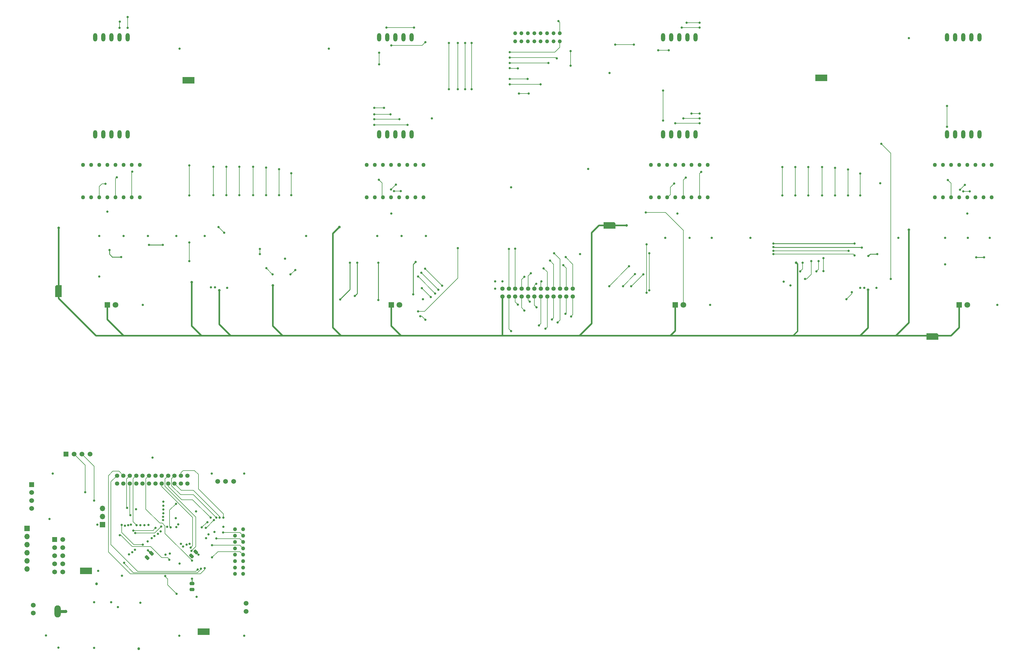
<source format=gbr>
%TF.GenerationSoftware,KiCad,Pcbnew,8.0.8-8.0.8-0~ubuntu24.04.1*%
%TF.CreationDate,2025-08-07T23:42:04-04:00*%
%TF.ProjectId,stencil,7374656e-6369-46c2-9e6b-696361645f70,rev?*%
%TF.SameCoordinates,Original*%
%TF.FileFunction,Copper,L2,Bot*%
%TF.FilePolarity,Positive*%
%FSLAX46Y46*%
G04 Gerber Fmt 4.6, Leading zero omitted, Abs format (unit mm)*
G04 Created by KiCad (PCBNEW 8.0.8-8.0.8-0~ubuntu24.04.1) date 2025-08-07 23:42:04*
%MOMM*%
%LPD*%
G01*
G04 APERTURE LIST*
G04 Aperture macros list*
%AMRoundRect*
0 Rectangle with rounded corners*
0 $1 Rounding radius*
0 $2 $3 $4 $5 $6 $7 $8 $9 X,Y pos of 4 corners*
0 Add a 4 corners polygon primitive as box body*
4,1,4,$2,$3,$4,$5,$6,$7,$8,$9,$2,$3,0*
0 Add four circle primitives for the rounded corners*
1,1,$1+$1,$2,$3*
1,1,$1+$1,$4,$5*
1,1,$1+$1,$6,$7*
1,1,$1+$1,$8,$9*
0 Add four rect primitives between the rounded corners*
20,1,$1+$1,$2,$3,$4,$5,0*
20,1,$1+$1,$4,$5,$6,$7,0*
20,1,$1+$1,$6,$7,$8,$9,0*
20,1,$1+$1,$8,$9,$2,$3,0*%
%AMOutline5P*
0 Free polygon, 5 corners , with rotation*
0 The origin of the aperture is its center*
0 number of corners: always 5*
0 $1 to $10 corner X, Y*
0 $11 Rotation angle, in degrees counterclockwise*
0 create outline with 5 corners*
4,1,5,$1,$2,$3,$4,$5,$6,$7,$8,$9,$10,$1,$2,$11*%
%AMOutline6P*
0 Free polygon, 6 corners , with rotation*
0 The origin of the aperture is its center*
0 number of corners: always 6*
0 $1 to $12 corner X, Y*
0 $13 Rotation angle, in degrees counterclockwise*
0 create outline with 6 corners*
4,1,6,$1,$2,$3,$4,$5,$6,$7,$8,$9,$10,$11,$12,$1,$2,$13*%
%AMOutline7P*
0 Free polygon, 7 corners , with rotation*
0 The origin of the aperture is its center*
0 number of corners: always 7*
0 $1 to $14 corner X, Y*
0 $15 Rotation angle, in degrees counterclockwise*
0 create outline with 7 corners*
4,1,7,$1,$2,$3,$4,$5,$6,$7,$8,$9,$10,$11,$12,$13,$14,$1,$2,$15*%
%AMOutline8P*
0 Free polygon, 8 corners , with rotation*
0 The origin of the aperture is its center*
0 number of corners: always 8*
0 $1 to $16 corner X, Y*
0 $17 Rotation angle, in degrees counterclockwise*
0 create outline with 8 corners*
4,1,8,$1,$2,$3,$4,$5,$6,$7,$8,$9,$10,$11,$12,$13,$14,$15,$16,$1,$2,$17*%
G04 Aperture macros list end*
%TA.AperFunction,ComponentPad*%
%ADD10R,1.508000X1.508000*%
%TD*%
%TA.AperFunction,ComponentPad*%
%ADD11C,1.508000*%
%TD*%
%TA.AperFunction,ComponentPad*%
%ADD12C,1.346200*%
%TD*%
%TA.AperFunction,SMDPad,CuDef*%
%ADD13R,3.800000X2.000000*%
%TD*%
%TA.AperFunction,SMDPad,CuDef*%
%ADD14RoundRect,0.250000X-0.475000X0.250000X-0.475000X-0.250000X0.475000X-0.250000X0.475000X0.250000X0*%
%TD*%
%TA.AperFunction,SMDPad,CuDef*%
%ADD15RoundRect,0.250000X-0.159099X0.512652X-0.512652X0.159099X0.159099X-0.512652X0.512652X-0.159099X0*%
%TD*%
%TA.AperFunction,SMDPad,CuDef*%
%ADD16O,2.000000X3.800000*%
%TD*%
%TA.AperFunction,ComponentPad*%
%ADD17C,1.498600*%
%TD*%
%TA.AperFunction,ComponentPad*%
%ADD18R,1.700000X1.700000*%
%TD*%
%TA.AperFunction,ComponentPad*%
%ADD19O,1.700000X1.700000*%
%TD*%
%TA.AperFunction,ComponentPad*%
%ADD20C,1.219200*%
%TD*%
%TA.AperFunction,SMDPad,CuDef*%
%ADD21Outline5P,-1.900000X1.000000X1.900000X1.000000X1.900000X-1.000000X-1.500000X-1.000000X-1.900000X-0.600000X180.000000*%
%TD*%
%TA.AperFunction,SMDPad,CuDef*%
%ADD22Outline5P,-1.900000X1.000000X1.900000X1.000000X1.900000X-1.000000X-1.500000X-1.000000X-1.900000X-0.600000X270.000000*%
%TD*%
%TA.AperFunction,ComponentPad*%
%ADD23C,1.270000*%
%TD*%
%TA.AperFunction,ComponentPad*%
%ADD24R,1.800000X1.800000*%
%TD*%
%TA.AperFunction,ComponentPad*%
%ADD25C,1.800000*%
%TD*%
%TA.AperFunction,ComponentPad*%
%ADD26O,1.308000X2.616000*%
%TD*%
%TA.AperFunction,ViaPad*%
%ADD27C,0.700000*%
%TD*%
%TA.AperFunction,ViaPad*%
%ADD28C,1.000000*%
%TD*%
%TA.AperFunction,ViaPad*%
%ADD29C,0.860000*%
%TD*%
%TA.AperFunction,ViaPad*%
%ADD30C,0.740000*%
%TD*%
%TA.AperFunction,ViaPad*%
%ADD31C,0.800000*%
%TD*%
%TA.AperFunction,ViaPad*%
%ADD32C,0.850000*%
%TD*%
%TA.AperFunction,Conductor*%
%ADD33C,0.203200*%
%TD*%
%TA.AperFunction,Conductor*%
%ADD34C,0.889000*%
%TD*%
%TA.AperFunction,Conductor*%
%ADD35C,0.200000*%
%TD*%
%TA.AperFunction,Conductor*%
%ADD36C,0.254000*%
%TD*%
%TA.AperFunction,Conductor*%
%ADD37C,0.381000*%
%TD*%
%TA.AperFunction,Conductor*%
%ADD38C,0.508000*%
%TD*%
G04 APERTURE END LIST*
D10*
%TO.P,J3,1,1*%
%TO.N,N/C*%
X54945002Y-174884000D03*
D11*
%TO.P,J3,2,2*%
X57445002Y-174884000D03*
%TO.P,J3,3,3*%
X59945000Y-174884000D03*
%TO.P,J3,4,4*%
X62445000Y-174884000D03*
%TD*%
D12*
%TO.P,J1,1,1*%
%TO.N,N/C*%
X70933399Y-181598306D03*
%TO.P,J1,2,2*%
X70933399Y-184098306D03*
%TO.P,J1,3,3*%
X72933400Y-181598306D03*
%TO.P,J1,4,4*%
X72933400Y-184098306D03*
%TO.P,J1,5,5*%
X74933398Y-181598306D03*
%TO.P,J1,6,6*%
X74933398Y-184098306D03*
%TO.P,J1,7,7*%
X76933400Y-181598306D03*
%TO.P,J1,8,8*%
X76933400Y-184098306D03*
%TO.P,J1,9,9*%
X78933398Y-181598306D03*
%TO.P,J1,10,10*%
X78933398Y-184098306D03*
%TO.P,J1,11,11*%
X80933399Y-181598306D03*
%TO.P,J1,12,12*%
X80933399Y-184098306D03*
%TO.P,J1,13,13*%
X82933400Y-181598306D03*
%TO.P,J1,14,14*%
X82933400Y-184098306D03*
%TO.P,J1,15,15*%
X84933399Y-181598306D03*
%TO.P,J1,16,16*%
X84933399Y-184098306D03*
%TO.P,J1,17,17*%
X86933400Y-181598306D03*
%TO.P,J1,18,18*%
X86933400Y-184098306D03*
%TO.P,J1,19,19*%
X88933398Y-181598306D03*
%TO.P,J1,20,20*%
X88933398Y-184098306D03*
%TO.P,J1,21,21*%
X90933399Y-181598306D03*
%TO.P,J1,22,22*%
X90933399Y-184098306D03*
%TO.P,J1,23,23*%
X92933398Y-181598306D03*
%TO.P,J1,24,24*%
X92933398Y-184098306D03*
%TD*%
D13*
%TO.P,TP6,1,1*%
%TO.N,N/C*%
X61175000Y-211460000D03*
%TD*%
D14*
%TO.P,C7,1*%
%TO.N,N/C*%
X94400000Y-215400000D03*
%TO.P,C7,2*%
X94400000Y-217299998D03*
%TD*%
D15*
%TO.P,C6,1*%
%TO.N,N/C*%
X81671751Y-205928249D03*
%TO.P,C6,2*%
X80328249Y-207271751D03*
%TD*%
D16*
%TO.P,TP4,1,1*%
%TO.N,N/C*%
X52285000Y-224160000D03*
%TD*%
D17*
%TO.P,J4,1,1*%
%TO.N,N/C*%
X44665000Y-224668000D03*
%TO.P,J4,2,2*%
X44665000Y-222168000D03*
%TD*%
D13*
%TO.P,TP8,1,1*%
%TO.N,N/C*%
X98005000Y-230510000D03*
%TD*%
D15*
%TO.P,C8,1*%
%TO.N,N/C*%
X95571751Y-205478249D03*
%TO.P,C8,2*%
X94228249Y-206821751D03*
%TD*%
D10*
%TO.P,J7,1,1*%
%TO.N,N/C*%
X51373000Y-201637500D03*
D11*
%TO.P,J7,2,2*%
X53913000Y-201637500D03*
%TO.P,J7,3,3*%
X51373000Y-204177500D03*
%TO.P,J7,4,4*%
X53913000Y-204177500D03*
%TO.P,J7,5,5*%
X51372999Y-206717500D03*
%TO.P,J7,6,6*%
X53913001Y-206717500D03*
%TO.P,J7,7,7*%
X51373000Y-209257500D03*
%TO.P,J7,8,8*%
X53913000Y-209257500D03*
%TO.P,J7,9,9*%
X51373000Y-211797500D03*
%TO.P,J7,10,10*%
X53913000Y-211797500D03*
%TD*%
D18*
%TO.P,SW3,1,A*%
%TO.N,N/C*%
X66400000Y-196940000D03*
D19*
%TO.P,SW3,2,B*%
X66400000Y-194400000D03*
%TO.P,SW3,3,C*%
X66400000Y-191860001D03*
%TD*%
D20*
%TO.P,U1,1,1*%
%TO.N,N/C*%
X107860000Y-212400000D03*
%TO.P,U1,2,2*%
X107860000Y-210400001D03*
%TO.P,U1,3,3*%
X107860000Y-208400000D03*
%TO.P,U1,4,4*%
X107860000Y-206400001D03*
%TO.P,U1,5,5*%
X107860000Y-204400000D03*
%TO.P,U1,6,6*%
X107860000Y-202400002D03*
%TO.P,U1,7,7*%
X107860000Y-200400001D03*
%TO.P,U1,8,8*%
X107860000Y-198400000D03*
%TO.P,U1,9,9*%
X110400000Y-212400000D03*
%TO.P,U1,10,10*%
X110400000Y-210400001D03*
%TO.P,U1,11,11*%
X110400000Y-208400000D03*
%TO.P,U1,12,12*%
X110400000Y-206400001D03*
%TO.P,U1,13,13*%
X110400000Y-204400000D03*
%TO.P,U1,14,14*%
X110400000Y-202400002D03*
%TO.P,U1,15,15*%
X110400000Y-200400001D03*
%TO.P,U1,16,16*%
X110400000Y-198400000D03*
%TD*%
D17*
%TO.P,SW2,1,A*%
%TO.N,N/C*%
X111340000Y-221620000D03*
%TO.P,SW2,2,B*%
X111340000Y-224120000D03*
%TD*%
%TO.P,J5,1,Pin_1*%
%TO.N,N/C*%
X107400000Y-183400000D03*
%TO.P,J5,2,Pin_2*%
X104900000Y-183400000D03*
%TO.P,J5,3,Pin_3*%
X102400000Y-183400000D03*
%TD*%
D18*
%TO.P,J6,1,Pin_1*%
%TO.N,N/C*%
X42760000Y-198125000D03*
D19*
%TO.P,J6,2,Pin_2*%
X42760000Y-200665000D03*
%TO.P,J6,3,Pin_3*%
X42760000Y-203204999D03*
%TO.P,J6,4,Pin_4*%
X42760000Y-205745000D03*
%TO.P,J6,5,Pin_5*%
X42760000Y-208285000D03*
%TO.P,J6,6,Pin_6*%
X42760000Y-210825000D03*
%TD*%
D10*
%TO.P,J2,1,1*%
%TO.N,N/C*%
X44157000Y-184402002D03*
D11*
%TO.P,J2,2,2*%
X44157000Y-186902002D03*
%TO.P,J2,3,3*%
X44157000Y-189402000D03*
%TO.P,J2,4,4*%
X44157000Y-191902000D03*
%TD*%
D21*
%TO.P,3V2,1,1*%
%TO.N,N/C*%
X326237600Y-138002000D03*
%TD*%
D13*
%TO.P,GND3,1,1*%
%TO.N,N/C*%
X93319600Y-57738000D03*
%TD*%
D22*
%TO.P,3V1,1,1*%
%TO.N,N/C*%
X52552600Y-123825000D03*
%TD*%
D21*
%TO.P,3V3,1,1*%
%TO.N,N/C*%
X225145600Y-103204000D03*
%TD*%
D13*
%TO.P,GND4,1,1*%
%TO.N,N/C*%
X291439600Y-56976000D03*
%TD*%
D23*
%TO.P,T2,1,1*%
%TO.N,N/C*%
X149098000Y-94441000D03*
%TO.P,T2,2,2*%
X151638000Y-94441000D03*
%TO.P,T2,3,3*%
X154178000Y-94441000D03*
%TO.P,T2,4,4*%
X156718000Y-94441000D03*
%TO.P,T2,5,5*%
X159258000Y-94441000D03*
%TO.P,T2,6,6*%
X161798000Y-94441000D03*
%TO.P,T2,7,7*%
X164338000Y-94441000D03*
%TO.P,T2,8,8*%
X166878000Y-94441000D03*
%TO.P,T2,9,9*%
X166878000Y-84281000D03*
%TO.P,T2,10,10*%
X164338000Y-84281000D03*
%TO.P,T2,11,11*%
X161798000Y-84281000D03*
%TO.P,T2,12,12*%
X159258000Y-84281000D03*
%TO.P,T2,13,13*%
X156718000Y-84281000D03*
%TO.P,T2,14,14*%
X154178000Y-84281000D03*
%TO.P,T2,15,15*%
X151638000Y-84281000D03*
%TO.P,T2,16,16*%
X149098000Y-84281000D03*
%TD*%
D24*
%TO.P,PT4,1,+*%
%TO.N,N/C*%
X334614600Y-128096000D03*
D25*
%TO.P,PT4,2,-*%
X337154600Y-128096000D03*
%TD*%
D26*
%TO.P,U9,1,CA*%
%TO.N,N/C*%
X330809600Y-74716000D03*
%TO.P,U9,2,F*%
X333349600Y-74716000D03*
%TO.P,U9,3,G*%
X335889600Y-74716000D03*
%TO.P,U9,4,E*%
X338429600Y-74716000D03*
%TO.P,U9,5,D*%
X340969600Y-74716000D03*
%TO.P,U9,6,CA*%
X330809600Y-44316000D03*
%TO.P,U9,7,DP*%
X333349600Y-44316000D03*
%TO.P,U9,8,C*%
X335889600Y-44316000D03*
%TO.P,U9,9,B*%
X338429600Y-44316000D03*
%TO.P,U9,10,A*%
X340969600Y-44316000D03*
%TD*%
D24*
%TO.P,PT1,1,+*%
%TO.N,N/C*%
X67914600Y-128096000D03*
D25*
%TO.P,PT1,2,-*%
X70454600Y-128096000D03*
%TD*%
D12*
%TO.P,J1,1,1*%
%TO.N,N/C*%
X213616241Y-125516000D03*
%TO.P,J1,2,2*%
X213616241Y-123016000D03*
%TO.P,J1,3,3*%
X211616240Y-125516000D03*
%TO.P,J1,4,4*%
X211616240Y-123016000D03*
%TO.P,J1,5,5*%
X209616242Y-125516000D03*
%TO.P,J1,6,6*%
X209616242Y-123016000D03*
%TO.P,J1,7,7*%
X207616240Y-125516000D03*
%TO.P,J1,8,8*%
X207616240Y-123016000D03*
%TO.P,J1,9,9*%
X205616242Y-125516000D03*
%TO.P,J1,10,10*%
X205616242Y-123016000D03*
%TO.P,J1,11,11*%
X203616241Y-125516000D03*
%TO.P,J1,12,12*%
X203616241Y-123016000D03*
%TO.P,J1,13,13*%
X201616240Y-125516000D03*
%TO.P,J1,14,14*%
X201616240Y-123016000D03*
%TO.P,J1,15,15*%
X199616241Y-125516000D03*
%TO.P,J1,16,16*%
X199616241Y-123016000D03*
%TO.P,J1,17,17*%
X197616240Y-125516000D03*
%TO.P,J1,18,18*%
X197616240Y-123016000D03*
%TO.P,J1,19,19*%
X195616242Y-125516000D03*
%TO.P,J1,20,20*%
X195616242Y-123016000D03*
%TO.P,J1,21,21*%
X193616241Y-125516000D03*
%TO.P,J1,22,22*%
X193616241Y-123016000D03*
%TO.P,J1,23,23*%
X191616242Y-125516000D03*
%TO.P,J1,24,24*%
X191616242Y-123016000D03*
%TD*%
D20*
%TO.P,U1,1,1*%
%TO.N,N/C*%
X209556486Y-45546000D03*
%TO.P,U1,2,2*%
X207556487Y-45546000D03*
%TO.P,U1,3,3*%
X205556486Y-45546000D03*
%TO.P,U1,4,4*%
X203556487Y-45546000D03*
%TO.P,U1,5,5*%
X201556486Y-45546000D03*
%TO.P,U1,6,6*%
X199556488Y-45546000D03*
%TO.P,U1,7,7*%
X197556487Y-45546000D03*
%TO.P,U1,8,8*%
X195556486Y-45546000D03*
%TO.P,U1,9,9*%
X209556486Y-43006000D03*
%TO.P,U1,10,10*%
X207556487Y-43006000D03*
%TO.P,U1,11,11*%
X205556486Y-43006000D03*
%TO.P,U1,12,12*%
X203556487Y-43006000D03*
%TO.P,U1,13,13*%
X201556486Y-43006000D03*
%TO.P,U1,14,14*%
X199556488Y-43006000D03*
%TO.P,U1,15,15*%
X197556487Y-43006000D03*
%TO.P,U1,16,16*%
X195556486Y-43006000D03*
%TD*%
D23*
%TO.P,T3,1,1*%
%TO.N,N/C*%
X238099600Y-94394000D03*
%TO.P,T3,2,2*%
X240639600Y-94394000D03*
%TO.P,T3,3,3*%
X243179600Y-94394000D03*
%TO.P,T3,4,4*%
X245719600Y-94394000D03*
%TO.P,T3,5,5*%
X248259600Y-94394000D03*
%TO.P,T3,6,6*%
X250799600Y-94394000D03*
%TO.P,T3,7,7*%
X253339600Y-94394000D03*
%TO.P,T3,8,8*%
X255879600Y-94394000D03*
%TO.P,T3,9,9*%
X255879600Y-84234000D03*
%TO.P,T3,10,10*%
X253339600Y-84234000D03*
%TO.P,T3,11,11*%
X250799600Y-84234000D03*
%TO.P,T3,12,12*%
X248259600Y-84234000D03*
%TO.P,T3,13,13*%
X245719600Y-84234000D03*
%TO.P,T3,14,14*%
X243179600Y-84234000D03*
%TO.P,T3,15,15*%
X240639600Y-84234000D03*
%TO.P,T3,16,16*%
X238099600Y-84234000D03*
%TD*%
D26*
%TO.P,U8,1,CA*%
%TO.N,N/C*%
X241909600Y-74716000D03*
%TO.P,U8,2,F*%
X244449600Y-74716000D03*
%TO.P,U8,3,G*%
X246989600Y-74716000D03*
%TO.P,U8,4,E*%
X249529600Y-74716000D03*
%TO.P,U8,5,D*%
X252069600Y-74716000D03*
%TO.P,U8,6,CA*%
X241909600Y-44316000D03*
%TO.P,U8,7,DP*%
X244449600Y-44316000D03*
%TO.P,U8,8,C*%
X246989600Y-44316000D03*
%TO.P,U8,9,B*%
X249529600Y-44316000D03*
%TO.P,U8,10,A*%
X252069600Y-44316000D03*
%TD*%
%TO.P,U6,1,CA*%
%TO.N,N/C*%
X64109600Y-74716000D03*
%TO.P,U6,2,F*%
X66649600Y-74716000D03*
%TO.P,U6,3,G*%
X69189600Y-74716000D03*
%TO.P,U6,4,E*%
X71729600Y-74716000D03*
%TO.P,U6,5,D*%
X74269600Y-74716000D03*
%TO.P,U6,6,CA*%
X64109600Y-44316000D03*
%TO.P,U6,7,DP*%
X66649600Y-44316000D03*
%TO.P,U6,8,C*%
X69189600Y-44316000D03*
%TO.P,U6,9,B*%
X71729600Y-44316000D03*
%TO.P,U6,10,A*%
X74269600Y-44316000D03*
%TD*%
D23*
%TO.P,T1,1,1*%
%TO.N,N/C*%
X60274200Y-94417500D03*
%TO.P,T1,2,2*%
X62814200Y-94417500D03*
%TO.P,T1,3,3*%
X65354200Y-94417500D03*
%TO.P,T1,4,4*%
X67894200Y-94417500D03*
%TO.P,T1,5,5*%
X70434200Y-94417500D03*
%TO.P,T1,6,6*%
X72974200Y-94417500D03*
%TO.P,T1,7,7*%
X75514200Y-94417500D03*
%TO.P,T1,8,8*%
X78054200Y-94417500D03*
%TO.P,T1,9,9*%
X78054200Y-84257500D03*
%TO.P,T1,10,10*%
X75514200Y-84257500D03*
%TO.P,T1,11,11*%
X72974200Y-84257500D03*
%TO.P,T1,12,12*%
X70434200Y-84257500D03*
%TO.P,T1,13,13*%
X67894200Y-84257500D03*
%TO.P,T1,14,14*%
X65354200Y-84257500D03*
%TO.P,T1,15,15*%
X62814200Y-84257500D03*
%TO.P,T1,16,16*%
X60274200Y-84257500D03*
%TD*%
D26*
%TO.P,U7,1,CA*%
%TO.N,N/C*%
X153009600Y-74716000D03*
%TO.P,U7,2,F*%
X155549600Y-74716000D03*
%TO.P,U7,3,G*%
X158089600Y-74716000D03*
%TO.P,U7,4,E*%
X160629600Y-74716000D03*
%TO.P,U7,5,D*%
X163169600Y-74716000D03*
%TO.P,U7,6,CA*%
X153009600Y-44316000D03*
%TO.P,U7,7,DP*%
X155549600Y-44316000D03*
%TO.P,U7,8,C*%
X158089600Y-44316000D03*
%TO.P,U7,9,B*%
X160629600Y-44316000D03*
%TO.P,U7,10,A*%
X163169600Y-44316000D03*
%TD*%
D24*
%TO.P,PT3,1,+*%
%TO.N,N/C*%
X245714600Y-128096000D03*
D25*
%TO.P,PT3,2,-*%
X248254600Y-128096000D03*
%TD*%
D24*
%TO.P,PT2,1,+*%
%TO.N,N/C*%
X156814600Y-128096000D03*
D25*
%TO.P,PT2,2,-*%
X159354600Y-128096000D03*
%TD*%
D23*
%TO.P,T4,1,1*%
%TO.N,N/C*%
X326999600Y-94441000D03*
%TO.P,T4,2,2*%
X329539600Y-94441000D03*
%TO.P,T4,3,3*%
X332079600Y-94441000D03*
%TO.P,T4,4,4*%
X334619600Y-94441000D03*
%TO.P,T4,5,5*%
X337159600Y-94441000D03*
%TO.P,T4,6,6*%
X339699600Y-94441000D03*
%TO.P,T4,7,7*%
X342239600Y-94441000D03*
%TO.P,T4,8,8*%
X344779600Y-94441000D03*
%TO.P,T4,9,9*%
X344779600Y-84281000D03*
%TO.P,T4,10,10*%
X342239600Y-84281000D03*
%TO.P,T4,11,11*%
X339699600Y-84281000D03*
%TO.P,T4,12,12*%
X337159600Y-84281000D03*
%TO.P,T4,13,13*%
X334619600Y-84281000D03*
%TO.P,T4,14,14*%
X332079600Y-84281000D03*
%TO.P,T4,15,15*%
X329539600Y-84281000D03*
%TO.P,T4,16,16*%
X326999600Y-84281000D03*
%TD*%
D27*
%TO.N,*%
X97477695Y-197822305D03*
X99200000Y-196200000D03*
X84600000Y-199100000D03*
X80771288Y-197071288D03*
X89400000Y-190400000D03*
X87700000Y-197800000D03*
X85400000Y-191000000D03*
X92726870Y-203218283D03*
X85300000Y-195500000D03*
X89500000Y-197700000D03*
X100200000Y-194800000D03*
X98840072Y-201200000D03*
X101400000Y-199251600D03*
X103000000Y-194748400D03*
X85400000Y-189800000D03*
X90486519Y-209113481D03*
X104200000Y-194748400D03*
X104200000Y-197600000D03*
X100545000Y-180980000D03*
X82028938Y-175931856D03*
X78200000Y-221400000D03*
X110705000Y-180980000D03*
X71200000Y-222800000D03*
X50761000Y-180980000D03*
X48661498Y-231712281D03*
X110705000Y-231780000D03*
X69049000Y-221242000D03*
X63715000Y-221239000D03*
X49745000Y-195204000D03*
X63715000Y-235590000D03*
X52539000Y-235478200D03*
X87464000Y-205999000D03*
X95846000Y-219588000D03*
X90385000Y-231780000D03*
X95677938Y-192782474D03*
X72478000Y-212984000D03*
X64985000Y-211460000D03*
X93600000Y-203000000D03*
X94200000Y-205200000D03*
X64731000Y-196982000D03*
X86067000Y-206380000D03*
D28*
X54825000Y-224160000D03*
D27*
X75300000Y-197000000D03*
X76500000Y-204800000D03*
X74400000Y-197100000D03*
X75700000Y-205600000D03*
X60921000Y-186822000D03*
X63715000Y-189402000D03*
X74700000Y-206300000D03*
X73400000Y-197300000D03*
X102000000Y-201300000D03*
X100700000Y-203400000D03*
X100700000Y-207200000D03*
X80600000Y-205000000D03*
X96400000Y-206400000D03*
D29*
X77685000Y-235844000D03*
D27*
X94400000Y-213900000D03*
D29*
X64477000Y-215524000D03*
D27*
X104100000Y-199400000D03*
X98750000Y-197950000D03*
X101250000Y-195548400D03*
X79500000Y-197100000D03*
X83700000Y-199800000D03*
X74100000Y-191700000D03*
X96200000Y-210998400D03*
X73113000Y-208920000D03*
X97200000Y-210800000D03*
X76900000Y-192100000D03*
X80500000Y-202200000D03*
X81800000Y-201200000D03*
X77000000Y-197100000D03*
X94000000Y-204200000D03*
X98400000Y-210600000D03*
X85400000Y-192200000D03*
X91600000Y-203800000D03*
X85400000Y-193400000D03*
X90948400Y-203000000D03*
X75100000Y-194000000D03*
X82600000Y-200500000D03*
X78200000Y-197100000D03*
X102000000Y-194748400D03*
X99600000Y-200000000D03*
X85300000Y-194500000D03*
X90100000Y-196900000D03*
X94400000Y-208200000D03*
X71800000Y-200251600D03*
X87300000Y-208000000D03*
X89600000Y-218600000D03*
X86000000Y-213058000D03*
X76600000Y-199600000D03*
X84775000Y-197525000D03*
X82987302Y-197987302D03*
X76000000Y-198800000D03*
X89300000Y-194900000D03*
X86600000Y-197600000D03*
X72412500Y-197087500D03*
X79000000Y-203200000D03*
D30*
X295757600Y-85170000D03*
X295757600Y-93806000D03*
X330809600Y-65800701D03*
X330822648Y-72320269D03*
X241919048Y-60947462D03*
X241900236Y-70353305D03*
X153009600Y-49102000D03*
X153009600Y-52785000D03*
X285597600Y-114888000D03*
X284835600Y-117588000D03*
X290550600Y-114380000D03*
X289915600Y-117588000D03*
X286359600Y-119968000D03*
X288264600Y-114380000D03*
X310235600Y-77677000D03*
X313156600Y-119968000D03*
X181965600Y-60532000D03*
X181965600Y-46054000D03*
X165201600Y-130128000D03*
X177647600Y-110316000D03*
X177647600Y-46054000D03*
X177647600Y-60532000D03*
X179933600Y-60532000D03*
X179933600Y-46054000D03*
X236448600Y-99140000D03*
X93573600Y-93806000D03*
X174853600Y-46054000D03*
X93573600Y-108538000D03*
X93573600Y-114380000D03*
X93573600Y-84408000D03*
X174853600Y-60532000D03*
X292075743Y-113492143D03*
X292077240Y-117564334D03*
X125196600Y-118571000D03*
X126720600Y-117174000D03*
X117640100Y-116602500D03*
X119608600Y-118571000D03*
X104495600Y-105490000D03*
X102717600Y-103712000D03*
X115671600Y-110570000D03*
X115671600Y-112221000D03*
X337921600Y-92536000D03*
X253847600Y-86440000D03*
X335827244Y-92598356D03*
X159740600Y-92456000D03*
X157646244Y-92518356D03*
X75666600Y-86360000D03*
X232765600Y-46562000D03*
X240385600Y-48340000D03*
X243687600Y-48340000D03*
X226923600Y-46562000D03*
X212953600Y-53166000D03*
X212953600Y-48594000D03*
X209143600Y-39196000D03*
X156819600Y-46816000D03*
X167487600Y-45800000D03*
X163931600Y-41228000D03*
X155295600Y-41228000D03*
X303631600Y-86948000D03*
X334873600Y-92028000D03*
X303631600Y-93806000D03*
X336397600Y-90504000D03*
X283311600Y-84916000D03*
X283311600Y-93806000D03*
X287375600Y-84916000D03*
X287375600Y-93806000D03*
X279247600Y-93806000D03*
X279247600Y-84916000D03*
X291693600Y-84916000D03*
X291693600Y-93806000D03*
X245338600Y-90123000D03*
X331063600Y-88980000D03*
X249021600Y-88218000D03*
X299821600Y-85678000D03*
X299821600Y-93806000D03*
X125450600Y-86868000D03*
X125450600Y-93726000D03*
X158216600Y-90424000D03*
X156692600Y-91948000D03*
X105130600Y-93726000D03*
X105130600Y-84836000D03*
X109194600Y-93726000D03*
X109194600Y-84836000D03*
X101066600Y-84836000D03*
X101066600Y-93726000D03*
X117576600Y-93726000D03*
X117576600Y-85090000D03*
X152882600Y-88900000D03*
X159359600Y-69930000D03*
X253339600Y-68152000D03*
X250799600Y-68152000D03*
X199491600Y-57336983D03*
X193903600Y-57338852D03*
X151485600Y-69930000D03*
X161899600Y-71708000D03*
X193903600Y-59008000D03*
X151485600Y-71708000D03*
X203555600Y-59008000D03*
X193903600Y-52331426D03*
X247751600Y-41228000D03*
X253339600Y-41228000D03*
X206023136Y-52331536D03*
X74268259Y-37949018D03*
X193903600Y-48993142D03*
X74255195Y-41319445D03*
X253339600Y-71200000D03*
X151485600Y-66374000D03*
X196443600Y-54039272D03*
X154533600Y-66374000D03*
X245719600Y-71200000D03*
X193903600Y-54000568D03*
X156565600Y-68406000D03*
X253339600Y-69676000D03*
X199824726Y-61892107D03*
X151485600Y-68406000D03*
X196773140Y-61877540D03*
X248259600Y-69676000D03*
X208635600Y-50880000D03*
X71729600Y-41336228D03*
X193903600Y-50662284D03*
X249275600Y-39704000D03*
X253339600Y-39704000D03*
X71810866Y-39358744D03*
X225018600Y-122254000D03*
X231241600Y-116031000D03*
X200126600Y-127080000D03*
X203809600Y-120730000D03*
X233083100Y-118507500D03*
X196443600Y-128011333D03*
X229336600Y-122254000D03*
X202158600Y-121492000D03*
X235686600Y-118571000D03*
X202285600Y-128858000D03*
X231876600Y-122254000D03*
X198475600Y-129874000D03*
X198475600Y-119290666D03*
X200507600Y-118190000D03*
X306156050Y-112840450D03*
X308965600Y-112221000D03*
X237591600Y-111967000D03*
X237591600Y-123524000D03*
X195616242Y-110504642D03*
X236702600Y-109173000D03*
X236702600Y-124286000D03*
X193649600Y-110570000D03*
X301853600Y-108919000D03*
X276453600Y-108919000D03*
X339953600Y-113237000D03*
X342366600Y-113237000D03*
X299948600Y-111205000D03*
X276453600Y-111205000D03*
X300964600Y-124159000D03*
X299249255Y-126380655D03*
X194303600Y-136332000D03*
X276453600Y-112221000D03*
X301853600Y-112602000D03*
X304139600Y-110189000D03*
X276453600Y-110030250D03*
X211366100Y-113173500D03*
X206476600Y-114253000D03*
X213080600Y-131736665D03*
X171551600Y-123397000D03*
X166217600Y-118052714D03*
X165201600Y-119248571D03*
X207111600Y-132668000D03*
X170535600Y-124540000D03*
X167360600Y-116793000D03*
X172694600Y-122127000D03*
X211332420Y-130919820D03*
X207746600Y-111967000D03*
X210667600Y-115650000D03*
X113512600Y-84836000D03*
X113512600Y-93726000D03*
X67284600Y-90170000D03*
X70840600Y-88138000D03*
X121640600Y-93726000D03*
X121640600Y-85598000D03*
X80937699Y-109364099D03*
X85255699Y-109364099D03*
X164439600Y-114634000D03*
X163677600Y-124794000D03*
X205079600Y-135589000D03*
X152755600Y-126572000D03*
X152755600Y-114888000D03*
X204444600Y-116666000D03*
X203047600Y-134573000D03*
X167487600Y-132795000D03*
X165836600Y-131652000D03*
X72237600Y-113110000D03*
X68554600Y-110951000D03*
X143865600Y-114888000D03*
X140817600Y-126437000D03*
X145389600Y-125302000D03*
X146151600Y-114888000D03*
X246354600Y-99521000D03*
X337345824Y-107106309D03*
X225145600Y-55452000D03*
X100304600Y-122635000D03*
X218414600Y-85551000D03*
X156819600Y-99521000D03*
X279628600Y-120857000D03*
X281787600Y-122000000D03*
X308711600Y-122762000D03*
X257149600Y-107141000D03*
X98399600Y-106506000D03*
X250164600Y-107141000D03*
X309854600Y-89996000D03*
X215874600Y-112221000D03*
X67919600Y-98886000D03*
X159994600Y-106506000D03*
X315569600Y-107141000D03*
X169519600Y-69676000D03*
X346557600Y-128096000D03*
X344144600Y-107141000D03*
X189331600Y-123016000D03*
X78968600Y-128096000D03*
X330174600Y-107141000D03*
X80619600Y-106506000D03*
X123545600Y-113618000D03*
X330174600Y-115396000D03*
X101574600Y-122635000D03*
X242544600Y-107141000D03*
X105384600Y-122762000D03*
X189331600Y-120730000D03*
X303631600Y-122762000D03*
X304901600Y-122762000D03*
X72999600Y-106506000D03*
X256641600Y-128096000D03*
X152374600Y-106506000D03*
X318871600Y-44530000D03*
X337159600Y-99521000D03*
X89509600Y-106506000D03*
X65379600Y-119206000D03*
X130149600Y-106506000D03*
X166725600Y-126318000D03*
X65379600Y-106506000D03*
X167614600Y-106506000D03*
X137261600Y-47832000D03*
X194284600Y-91266000D03*
X90525600Y-47832000D03*
X269214600Y-107141000D03*
X191617600Y-120730000D03*
X169138600Y-125683000D03*
X208889600Y-133599331D03*
X166344600Y-122889000D03*
D31*
X230479600Y-103204000D03*
X318871600Y-104604913D03*
X119735600Y-122000000D03*
X52679600Y-103966000D03*
X102971600Y-123524000D03*
X94335600Y-120984000D03*
X306044600Y-123397000D03*
X283565600Y-114888000D03*
D32*
X140563600Y-103712000D03*
%TD*%
D33*
%TO.N,*%
X99200000Y-196200000D02*
X99100000Y-196200000D01*
X99100000Y-196200000D02*
X97477695Y-197822305D01*
X87400000Y-192400000D02*
X87400000Y-197500000D01*
X87400000Y-197500000D02*
X87700000Y-197800000D01*
X89400000Y-190400000D02*
X87400000Y-192400000D01*
X86933400Y-184933400D02*
X91200000Y-189200000D01*
X94600000Y-189200000D02*
X100200000Y-194800000D01*
X86933400Y-184098306D02*
X86933400Y-184933400D01*
X91200000Y-189200000D02*
X94600000Y-189200000D01*
X103000000Y-194748400D02*
X103000000Y-194400000D01*
X103000000Y-194400000D02*
X94800000Y-186200000D01*
X94800000Y-186200000D02*
X91035092Y-186200000D01*
X91035092Y-186200000D02*
X88933398Y-184098306D01*
X96400000Y-185800000D02*
X96400000Y-181200000D01*
X104200000Y-193600000D02*
X96400000Y-185800000D01*
X104200000Y-194748400D02*
X104200000Y-193600000D01*
X90933399Y-180666601D02*
X90933399Y-181598306D01*
X91600000Y-180000000D02*
X90933399Y-180666601D01*
X95200000Y-180000000D02*
X91600000Y-180000000D01*
X96400000Y-181200000D02*
X95200000Y-180000000D01*
X95600000Y-203800000D02*
X95600000Y-194600000D01*
X85908099Y-182623607D02*
X86933400Y-181598306D01*
X94200000Y-205200000D02*
X95600000Y-203800000D01*
X95600000Y-194600000D02*
X85908099Y-184908099D01*
X85908099Y-184908099D02*
X85908099Y-182623607D01*
D34*
X54825000Y-224160000D02*
X52285000Y-224160000D01*
D35*
X60921000Y-178359998D02*
X60921000Y-186822000D01*
X57445002Y-174884000D02*
X60921000Y-178359998D01*
X63715000Y-178654000D02*
X63715000Y-189402000D01*
X59945000Y-174884000D02*
X63715000Y-178654000D01*
D33*
X102200000Y-201300000D02*
X102300000Y-201400000D01*
X102000000Y-201300000D02*
X102200000Y-201300000D01*
X102300000Y-201400000D02*
X109399998Y-201400000D01*
X109399998Y-201400000D02*
X110400000Y-202400002D01*
X109400000Y-203400000D02*
X110400000Y-204400000D01*
X100700000Y-203400000D02*
X109400000Y-203400000D01*
X100700000Y-207200000D02*
X102500000Y-205400000D01*
X109400000Y-205400000D02*
X109400000Y-205400001D01*
X102500000Y-205400000D02*
X109400000Y-205400000D01*
X109400000Y-205400001D02*
X110400000Y-206400001D01*
D36*
X94400000Y-213900000D02*
X94400000Y-215400000D01*
X95571751Y-205478249D02*
X95571751Y-205571751D01*
D37*
X81671751Y-205928249D02*
X81528249Y-205928249D01*
D36*
X95571751Y-205571751D02*
X96400000Y-206400000D01*
D37*
X81528249Y-205928249D02*
X80600000Y-205000000D01*
D33*
X104100000Y-199400000D02*
X109399999Y-199400000D01*
X109399999Y-199400000D02*
X110400000Y-200400001D01*
X98850000Y-197950000D02*
X98750000Y-197950000D01*
X101250000Y-195548400D02*
X101250000Y-195550000D01*
X101250000Y-195550000D02*
X98850000Y-197950000D01*
X73908100Y-191508100D02*
X73908100Y-182623604D01*
X74100000Y-191700000D02*
X73908100Y-191508100D01*
X73908100Y-182623604D02*
X74933398Y-181598306D01*
X96200000Y-210998400D02*
X95598400Y-211600000D01*
X69000000Y-183531705D02*
X70933399Y-181598306D01*
X69000000Y-203200000D02*
X69000000Y-183531705D01*
X95598400Y-211600000D02*
X77400000Y-211600000D01*
X77400000Y-211600000D02*
X69000000Y-203200000D01*
X73113000Y-208920000D02*
X73113000Y-209087399D01*
X76028801Y-212003200D02*
X96116702Y-212003200D01*
X97200000Y-210919902D02*
X97200000Y-210800000D01*
X73113000Y-209087399D02*
X76028801Y-212003200D01*
X96116702Y-212003200D02*
X97200000Y-210919902D01*
X75958700Y-196058700D02*
X75958700Y-182573006D01*
X75958700Y-182573006D02*
X76933400Y-181598306D01*
X77000000Y-197100000D02*
X75958700Y-196058700D01*
X94600000Y-194678498D02*
X94600000Y-203600000D01*
X84933399Y-185011897D02*
X94600000Y-194678498D01*
X84933399Y-184098306D02*
X84933399Y-185011897D01*
X94600000Y-203600000D02*
X94000000Y-204200000D01*
X68196800Y-205527800D02*
X68196800Y-181603200D01*
X98400000Y-210600000D02*
X98400000Y-211000000D01*
X98400000Y-211000000D02*
X96993600Y-212406400D01*
X96993600Y-212406400D02*
X75075400Y-212406400D01*
X71535094Y-180200000D02*
X72933400Y-181598306D01*
X75075400Y-212406400D02*
X68196800Y-205527800D01*
X68196800Y-181603200D02*
X69600000Y-180200000D01*
X69600000Y-180200000D02*
X71535094Y-180200000D01*
X75100000Y-194000000D02*
X74933398Y-193833398D01*
X74933398Y-193833398D02*
X74933398Y-184098306D01*
X94851600Y-187600000D02*
X90800000Y-187600000D01*
X90800000Y-187600000D02*
X87958698Y-184758698D01*
X87958698Y-182573006D02*
X88933398Y-181598306D01*
X102000000Y-194748400D02*
X94851600Y-187600000D01*
X87958698Y-184758698D02*
X87958698Y-182573006D01*
X94400000Y-208168133D02*
X85948400Y-199716533D01*
X79954040Y-192154040D02*
X79954040Y-182577665D01*
X85948400Y-199716533D02*
X85948400Y-197348400D01*
X79954040Y-182577665D02*
X80933399Y-181598306D01*
X94400000Y-208200000D02*
X94400000Y-208168133D01*
X85081373Y-196481373D02*
X84281373Y-196481373D01*
X85948400Y-197348400D02*
X85081373Y-196481373D01*
X84281373Y-196481373D02*
X79954040Y-192154040D01*
X87300000Y-207800000D02*
X86800000Y-207300000D01*
X72051600Y-200251600D02*
X71800000Y-200251600D01*
X86000000Y-213058000D02*
X86000000Y-213200000D01*
X86800000Y-214000000D02*
X86800000Y-215800000D01*
X75651600Y-203851600D02*
X72100000Y-200300000D01*
X72100000Y-200300000D02*
X72051600Y-200251600D01*
X86000000Y-213200000D02*
X86800000Y-214000000D01*
X87300000Y-208000000D02*
X87300000Y-207800000D01*
X81451600Y-203851600D02*
X75651600Y-203851600D01*
X86800000Y-215800000D02*
X89600000Y-218600000D01*
X84900000Y-207300000D02*
X81451600Y-203851600D01*
X86800000Y-207300000D02*
X84900000Y-207300000D01*
X82700000Y-199600000D02*
X76600000Y-199600000D01*
X84775000Y-197525000D02*
X82700000Y-199600000D01*
X76000000Y-198800000D02*
X82174604Y-198800000D01*
X82174604Y-198800000D02*
X82987302Y-197987302D01*
X72412500Y-199412500D02*
X76200000Y-203200000D01*
X72412500Y-197087500D02*
X72412500Y-199412500D01*
X76200000Y-203200000D02*
X79000000Y-203200000D01*
X295757600Y-93806000D02*
X295757600Y-85170000D01*
X330822648Y-65813749D02*
X330809600Y-65800701D01*
X330822648Y-72320269D02*
X330822648Y-65813749D01*
X241900236Y-70353305D02*
X241900236Y-60966274D01*
X241900236Y-60966274D02*
X241919048Y-60947462D01*
X153009600Y-52658000D02*
X153009600Y-52785000D01*
X153009600Y-52658000D02*
X153009600Y-49102000D01*
X285597600Y-116826000D02*
X285597600Y-114888000D01*
X284835600Y-117588000D02*
X285597600Y-116826000D01*
X290550600Y-116953000D02*
X290550600Y-114380000D01*
X289915600Y-117588000D02*
X290550600Y-116953000D01*
X288264600Y-118571000D02*
X288264600Y-114380000D01*
X286867600Y-119968000D02*
X288264600Y-118571000D01*
X286359600Y-119968000D02*
X286867600Y-119968000D01*
X313156600Y-119968000D02*
X313156600Y-80598000D01*
X313156600Y-80598000D02*
X310235600Y-77677000D01*
X181965600Y-46054000D02*
X181965600Y-60532000D01*
X177647600Y-110316000D02*
X177647600Y-119714000D01*
X169519600Y-127842000D02*
X167233600Y-130128000D01*
X167233600Y-130128000D02*
X165201600Y-130128000D01*
X177647600Y-46054000D02*
X177647600Y-60532000D01*
X177647600Y-119714000D02*
X169519600Y-127842000D01*
X179933600Y-46054000D02*
X179933600Y-60532000D01*
X248254600Y-104723000D02*
X248254600Y-128096000D01*
X242671600Y-99140000D02*
X248254600Y-104723000D01*
X236448600Y-99140000D02*
X242671600Y-99140000D01*
X174853600Y-46054000D02*
X174853600Y-60532000D01*
X93573600Y-108538000D02*
X93573600Y-114380000D01*
X93573600Y-84408000D02*
X93573600Y-93806000D01*
X292074600Y-113493286D02*
X292075743Y-113492143D01*
X292074600Y-117561694D02*
X292074600Y-113493286D01*
X292077240Y-117564334D02*
X292074600Y-117561694D01*
X125323600Y-118571000D02*
X126720600Y-117174000D01*
X125196600Y-118571000D02*
X125323600Y-118571000D01*
X117640100Y-116638000D02*
X117640100Y-116602500D01*
X119573100Y-118571000D02*
X117640100Y-116638000D01*
X119608600Y-118571000D02*
X119573100Y-118571000D01*
X104495600Y-105490000D02*
X102717600Y-103712000D01*
X115671600Y-112221000D02*
X115671600Y-110570000D01*
X253339600Y-86948000D02*
X253339600Y-94394000D01*
X253847600Y-86440000D02*
X253339600Y-86948000D01*
X337921600Y-92536000D02*
X337859244Y-92598356D01*
X337859244Y-92598356D02*
X335827244Y-92598356D01*
X157581600Y-92536000D02*
X157628600Y-92536000D01*
X75666600Y-86360000D02*
X75493711Y-86532889D01*
X157628600Y-92536000D02*
X157646244Y-92518356D01*
X159678244Y-92518356D02*
X157646244Y-92518356D01*
X157599244Y-92518356D02*
X157581600Y-92536000D01*
X159740600Y-92456000D02*
X159678244Y-92518356D01*
X75493711Y-86532889D02*
X75493711Y-94397011D01*
X75493711Y-94397011D02*
X75514200Y-94417500D01*
X226923600Y-46562000D02*
X232765600Y-46562000D01*
X240385600Y-48340000D02*
X243687600Y-48340000D01*
X212953600Y-48594000D02*
X212953600Y-53166000D01*
X209556486Y-39608886D02*
X209556486Y-43006000D01*
X166471600Y-46816000D02*
X167487600Y-45800000D01*
X209143600Y-39196000D02*
X209556486Y-39608886D01*
X156819600Y-46816000D02*
X166471600Y-46816000D01*
X155295600Y-41228000D02*
X163931600Y-41228000D01*
X303631600Y-93806000D02*
X303631600Y-86948000D01*
X334873600Y-92028000D02*
X336397600Y-90504000D01*
X283311600Y-93806000D02*
X283311600Y-84916000D01*
X287375600Y-93806000D02*
X287375600Y-84916000D01*
X279247600Y-93806000D02*
X279247600Y-84916000D01*
X331063600Y-88980000D02*
X332079600Y-89996000D01*
X332079600Y-89996000D02*
X332079600Y-94441000D01*
X244195600Y-93552000D02*
X243353600Y-94394000D01*
X243353600Y-94394000D02*
X243179600Y-94394000D01*
X245338600Y-90123000D02*
X244195600Y-91266000D01*
X291693600Y-93806000D02*
X291693600Y-84916000D01*
X244195600Y-91266000D02*
X244195600Y-93552000D01*
X299821600Y-85678000D02*
X299821600Y-93806000D01*
X249021600Y-88218000D02*
X248259600Y-88980000D01*
X248259600Y-88980000D02*
X248259600Y-94394000D01*
X125450600Y-93726000D02*
X125450600Y-86868000D01*
X156692600Y-91948000D02*
X158216600Y-90424000D01*
X105130600Y-93726000D02*
X105130600Y-84836000D01*
X109194600Y-93726000D02*
X109194600Y-84836000D01*
X101066600Y-93726000D02*
X101066600Y-84836000D01*
X117576600Y-93726000D02*
X117576600Y-85090000D01*
X65379600Y-94392100D02*
X65354200Y-94417500D01*
X113512600Y-93726000D02*
X113512600Y-84836000D01*
X152882600Y-88900000D02*
X153898600Y-89916000D01*
X66221600Y-90170000D02*
X65379600Y-91012000D01*
X153898600Y-89916000D02*
X153898600Y-94361000D01*
X65379600Y-91012000D02*
X65379600Y-94392100D01*
X67284600Y-90170000D02*
X66221600Y-90170000D01*
X250799600Y-68152000D02*
X253339600Y-68152000D01*
X199491600Y-57336983D02*
X193905469Y-57336983D01*
X193905469Y-57336983D02*
X193903600Y-57338852D01*
X151485600Y-69930000D02*
X159359600Y-69930000D01*
X151485600Y-71708000D02*
X161899600Y-71708000D01*
X203555600Y-59008000D02*
X193903600Y-59008000D01*
X193903710Y-52331536D02*
X193903600Y-52331426D01*
X247751600Y-41228000D02*
X253339600Y-41228000D01*
X206023136Y-52331536D02*
X193903710Y-52331536D01*
X193903600Y-48993142D02*
X207982458Y-48993142D01*
X74255195Y-41319445D02*
X74255195Y-37962082D01*
X209556486Y-47419114D02*
X209556486Y-45546000D01*
X207982458Y-48993142D02*
X209556486Y-47419114D01*
X74255195Y-37962082D02*
X74268259Y-37949018D01*
X193942304Y-54039272D02*
X193903600Y-54000568D01*
X151485600Y-66374000D02*
X154533600Y-66374000D01*
X196443600Y-54039272D02*
X193942304Y-54039272D01*
X245719600Y-71200000D02*
X253339600Y-71200000D01*
X151485600Y-68406000D02*
X156565600Y-68406000D01*
X196787707Y-61892107D02*
X199824726Y-61892107D01*
X248259600Y-69676000D02*
X253339600Y-69676000D01*
X196773140Y-61877540D02*
X196787707Y-61892107D01*
X193926324Y-50685008D02*
X208440608Y-50685008D01*
X193903600Y-50662284D02*
X193926324Y-50685008D01*
X71729600Y-39440010D02*
X71729600Y-41336228D01*
X71810866Y-39358744D02*
X71729600Y-39440010D01*
X249275600Y-39704000D02*
X253339600Y-39704000D01*
X208440608Y-50685008D02*
X208635600Y-50880000D01*
X231241600Y-116031000D02*
X225018600Y-122254000D01*
X200126600Y-127080000D02*
X199616241Y-126569641D01*
X199616241Y-126569641D02*
X199616241Y-125516000D01*
X203809600Y-120730000D02*
X203616241Y-120923359D01*
X203616241Y-120923359D02*
X203616241Y-123016000D01*
X196443600Y-128011333D02*
X195616242Y-127183975D01*
X233083100Y-118507500D02*
X229336600Y-122254000D01*
X195616242Y-127183975D02*
X195616242Y-125516000D01*
X202158600Y-121492000D02*
X201616240Y-122034360D01*
X201616240Y-122034360D02*
X201616240Y-123016000D01*
X232003600Y-122254000D02*
X231876600Y-122254000D01*
X202285600Y-128858000D02*
X201616240Y-128188640D01*
X235686600Y-118571000D02*
X232003600Y-122254000D01*
X201616240Y-128188640D02*
X201616240Y-125516000D01*
X198475600Y-129874000D02*
X197616240Y-129014640D01*
X197616240Y-129014640D02*
X197616240Y-125516000D01*
X197616240Y-120150026D02*
X197616240Y-123016000D01*
X198475600Y-119290666D02*
X197616240Y-120150026D01*
X199616241Y-119081359D02*
X199616241Y-123016000D01*
X200507600Y-118190000D02*
X199616241Y-119081359D01*
D36*
X306775500Y-112221000D02*
X306156050Y-112840450D01*
X308965600Y-112221000D02*
X306775500Y-112221000D01*
D33*
X195616242Y-110504642D02*
X195616242Y-123016000D01*
X237591600Y-123524000D02*
X237591600Y-111967000D01*
X193616241Y-123016000D02*
X193616241Y-110603359D01*
X193616241Y-110603359D02*
X193649600Y-110570000D01*
X236702600Y-124286000D02*
X236702600Y-109173000D01*
D36*
X301853600Y-108919000D02*
X276453600Y-108919000D01*
X342366600Y-113237000D02*
X339953600Y-113237000D01*
D33*
X299948600Y-111205000D02*
X276453600Y-111205000D01*
X300964600Y-124665310D02*
X299249255Y-126380655D01*
X300964600Y-124159000D02*
X300964600Y-124665310D01*
X194303600Y-136332000D02*
X193616241Y-135644641D01*
X193616241Y-135644641D02*
X193616241Y-125516000D01*
X301853600Y-112602000D02*
X301472600Y-112221000D01*
X301472600Y-112221000D02*
X276453600Y-112221000D01*
D36*
X276485350Y-110062000D02*
X276453600Y-110030250D01*
X304012600Y-110062000D02*
X276485350Y-110062000D01*
X304139600Y-110189000D02*
X304012600Y-110062000D01*
D33*
X211366100Y-113173500D02*
X213616241Y-115423641D01*
X213616241Y-115423641D02*
X213616241Y-123016000D01*
X207616240Y-115392640D02*
X207616240Y-123016000D01*
X206476600Y-114253000D02*
X207616240Y-115392640D01*
X171551600Y-123386714D02*
X166217600Y-118052714D01*
X213080600Y-131736665D02*
X213616241Y-131201024D01*
X171551600Y-123397000D02*
X171551600Y-123386714D01*
X213616241Y-131201024D02*
X213616241Y-125516000D01*
X170535600Y-124540000D02*
X165244171Y-119248571D01*
X207616240Y-132163360D02*
X207616240Y-125516000D01*
X207111600Y-132668000D02*
X207616240Y-132163360D01*
X165244171Y-119248571D02*
X165201600Y-119248571D01*
X211332420Y-130919820D02*
X211616240Y-130636000D01*
X211616240Y-130636000D02*
X211616240Y-125516000D01*
X167360600Y-116793000D02*
X172694600Y-122127000D01*
X207746600Y-111967000D02*
X209616242Y-113836642D01*
X209616242Y-113836642D02*
X209616242Y-123016000D01*
X210667600Y-115650000D02*
X211616240Y-116598640D01*
X211616240Y-116598640D02*
X211616240Y-123016000D01*
X70434200Y-88544400D02*
X70434200Y-94417500D01*
X70840600Y-88138000D02*
X70434200Y-88544400D01*
X121640600Y-85598000D02*
X121640600Y-93726000D01*
D36*
X85255699Y-109364099D02*
X80937699Y-109364099D01*
X163677600Y-115396000D02*
X164439600Y-114634000D01*
X163677600Y-124794000D02*
X163677600Y-115396000D01*
D33*
X205079600Y-135589000D02*
X205616242Y-135052358D01*
X205616242Y-135052358D02*
X205616242Y-125516000D01*
D36*
X152755600Y-114888000D02*
X152755600Y-126572000D01*
D33*
X205616242Y-117837642D02*
X205616242Y-123016000D01*
X204444600Y-116666000D02*
X205616242Y-117837642D01*
X203616241Y-134004359D02*
X203616241Y-125516000D01*
X203047600Y-134573000D02*
X203616241Y-134004359D01*
X166344600Y-131652000D02*
X167487600Y-132795000D01*
X165836600Y-131652000D02*
X166344600Y-131652000D01*
D36*
X68554600Y-110951000D02*
X68554600Y-112221000D01*
X69443600Y-113110000D02*
X72237600Y-113110000D01*
X68554600Y-112221000D02*
X69443600Y-113110000D01*
X140817600Y-126318000D02*
X143865600Y-123270000D01*
X140817600Y-126437000D02*
X140817600Y-126318000D01*
X143865600Y-123270000D02*
X143865600Y-114888000D01*
X145389600Y-125302000D02*
X146151600Y-124540000D01*
X146151600Y-124540000D02*
X146151600Y-114888000D01*
D33*
X209616242Y-132872689D02*
X209616242Y-125516000D01*
X208889600Y-133599331D02*
X209616242Y-132872689D01*
X169138600Y-125683000D02*
X166344600Y-122889000D01*
D38*
X245714600Y-128096000D02*
X245714600Y-136219000D01*
X314807600Y-137748000D02*
X332079600Y-137748000D01*
X334619600Y-135208000D02*
X334614600Y-135203000D01*
X160629600Y-137748000D02*
X159867600Y-137748000D01*
X52679600Y-126064000D02*
X64363600Y-137748000D01*
X215747600Y-137748000D02*
X191617600Y-137748000D01*
D37*
X283946600Y-136351000D02*
X282549600Y-137748000D01*
D38*
X141071600Y-137748000D02*
X141325600Y-137748000D01*
X72999600Y-137748000D02*
X71983600Y-136732000D01*
X191616242Y-125516000D02*
X191616242Y-134955358D01*
X119735600Y-134700000D02*
X119735600Y-122000000D01*
X318871600Y-133684000D02*
X314807600Y-137748000D01*
X94335600Y-134700000D02*
X97383600Y-137748000D01*
X318871600Y-104604913D02*
X318871600Y-133684000D01*
X306044600Y-123397000D02*
X306044600Y-135335000D01*
X191617600Y-134956716D02*
X191617600Y-137748000D01*
X303631600Y-137748000D02*
X314807600Y-137748000D01*
X122783600Y-137748000D02*
X121767600Y-136732000D01*
X219557600Y-133938000D02*
X215747600Y-137748000D01*
D37*
X283946600Y-115269000D02*
X283946600Y-136351000D01*
D38*
X97637600Y-137748000D02*
X106781600Y-137748000D01*
X140563600Y-103712000D02*
X138531600Y-105744000D01*
D37*
X283565600Y-114888000D02*
X283946600Y-115269000D01*
D38*
X138531600Y-105744000D02*
X138531600Y-135208000D01*
X67914600Y-130631000D02*
X67914600Y-128096000D01*
X230479600Y-103204000D02*
X221843600Y-103204000D01*
X245719600Y-136224000D02*
X244195600Y-137748000D01*
X191616242Y-134955358D02*
X191617600Y-134956716D01*
X71983600Y-136732000D02*
X67919600Y-132668000D01*
X159867600Y-137748000D02*
X158851600Y-136732000D01*
X332079600Y-137748000D02*
X334619600Y-135208000D01*
X102971600Y-134192000D02*
X106527600Y-137748000D01*
X97383600Y-137748000D02*
X97637600Y-137748000D01*
X191617600Y-137748000D02*
X160629600Y-137748000D01*
X94335600Y-120984000D02*
X94335600Y-134700000D01*
X67919600Y-130636000D02*
X67914600Y-130631000D01*
X67919600Y-132668000D02*
X67919600Y-130636000D01*
X106527600Y-137748000D02*
X106781600Y-137748000D01*
X123037600Y-137748000D02*
X122783600Y-137748000D01*
X102971600Y-123524000D02*
X102971600Y-134192000D01*
X158851600Y-136732000D02*
X156814600Y-134695000D01*
X244195600Y-137748000D02*
X215747600Y-137748000D01*
X244195600Y-137748000D02*
X282549600Y-137748000D01*
X138531600Y-135208000D02*
X141071600Y-137748000D01*
X156814600Y-134695000D02*
X156814600Y-128096000D01*
X334614600Y-135203000D02*
X334614600Y-128096000D01*
X219557600Y-105490000D02*
X219557600Y-133938000D01*
X64363600Y-137748000D02*
X72999600Y-137748000D01*
X245714600Y-136219000D02*
X245719600Y-136224000D01*
X121767600Y-136732000D02*
X119735600Y-134700000D01*
X72999600Y-137748000D02*
X97637600Y-137748000D01*
X282549600Y-137748000D02*
X303631600Y-137748000D01*
X52679600Y-103966000D02*
X52679600Y-126064000D01*
X306044600Y-135335000D02*
X303631600Y-137748000D01*
X123037600Y-137748000D02*
X141325600Y-137748000D01*
X221843600Y-103204000D02*
X219557600Y-105490000D01*
X106781600Y-137748000D02*
X123037600Y-137748000D01*
X160629600Y-137748000D02*
X141325600Y-137748000D01*
%TD*%
M02*

</source>
